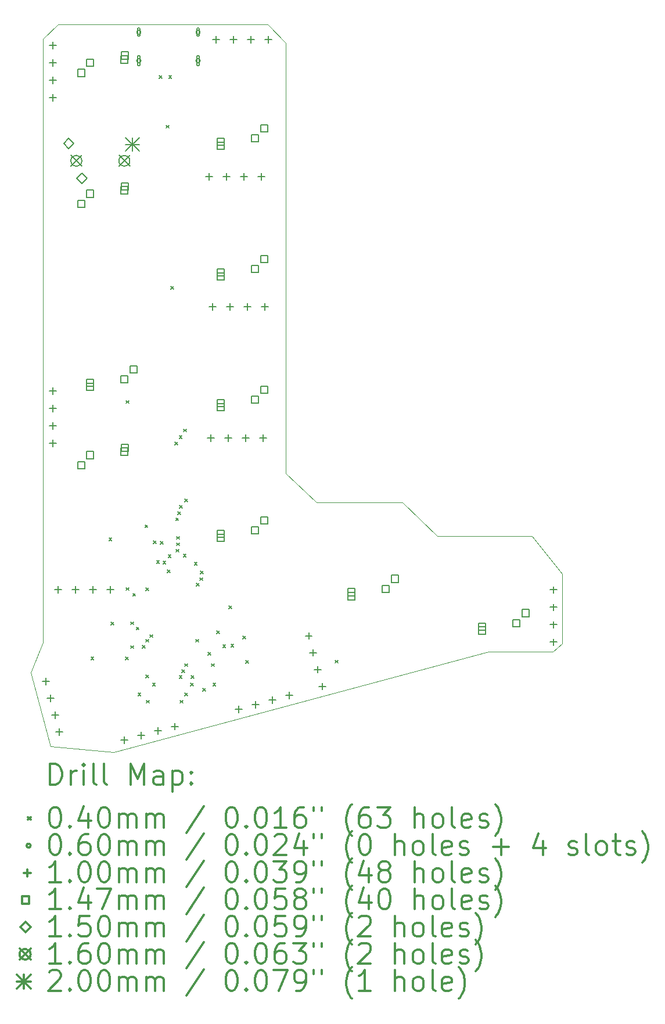
<source format=gbr>
%FSLAX45Y45*%
G04 Gerber Fmt 4.5, Leading zero omitted, Abs format (unit mm)*
G04 Created by KiCad (PCBNEW (5.1.4)-1) date 2023-02-10 21:18:45*
%MOMM*%
%LPD*%
G04 APERTURE LIST*
%ADD10C,0.050000*%
%ADD11C,0.200000*%
%ADD12C,0.300000*%
G04 APERTURE END LIST*
D10*
X19390000Y-43840000D02*
X19381203Y-43831032D01*
X20640000Y-43840000D02*
X19390000Y-43840000D01*
X20641203Y-43841032D02*
X20640000Y-43840000D01*
X21891203Y-46011032D02*
X16430391Y-47480918D01*
X22971202Y-44881032D02*
X22971202Y-45891032D01*
X21151203Y-44331032D02*
X22531202Y-44331032D01*
X20641203Y-43841032D02*
X21151203Y-44331032D01*
X18671203Y-36866032D02*
X15621203Y-36866032D01*
X22971202Y-44881032D02*
X22531202Y-44331032D01*
X18941203Y-39261032D02*
X18941203Y-43411032D01*
X21911203Y-46011032D02*
X22831202Y-46011032D01*
X19381203Y-43831032D02*
X18941203Y-43411032D01*
X21911203Y-46011032D02*
X21891203Y-46011032D01*
X22971202Y-45891032D02*
X22831202Y-46011032D01*
X15402190Y-37080639D02*
X15621203Y-36866032D01*
X15402324Y-39381494D02*
X15399750Y-43338677D01*
X15508251Y-47394663D02*
X16430391Y-47480918D01*
X15400249Y-45873435D02*
X15220438Y-46318483D01*
X15401485Y-45141609D02*
X15400903Y-45039647D01*
X15399750Y-43338677D02*
X15400903Y-45039647D01*
X15400249Y-45873435D02*
X15401485Y-45141609D01*
X18671203Y-36866032D02*
X18941203Y-37136032D01*
X15402324Y-37476494D02*
X15402324Y-37256494D01*
X18941203Y-39261032D02*
X18941203Y-37356032D01*
X15402324Y-37476494D02*
X15402324Y-39381494D01*
X18941203Y-37356032D02*
X18941203Y-37136032D01*
X15402324Y-37256494D02*
X15402190Y-37080639D01*
X15508251Y-47394663D02*
X15220438Y-46318483D01*
D11*
X16097500Y-46090000D02*
X16137500Y-46130000D01*
X16137500Y-46090000D02*
X16097500Y-46130000D01*
X16360000Y-44352500D02*
X16400000Y-44392500D01*
X16400000Y-44352500D02*
X16360000Y-44392500D01*
X16390000Y-45580000D02*
X16430000Y-45620000D01*
X16430000Y-45580000D02*
X16390000Y-45620000D01*
X16602300Y-46092699D02*
X16642300Y-46132699D01*
X16642300Y-46092699D02*
X16602300Y-46132699D01*
X16610000Y-42352500D02*
X16650000Y-42392500D01*
X16650000Y-42352500D02*
X16610000Y-42392500D01*
X16612500Y-45077500D02*
X16652500Y-45117500D01*
X16652500Y-45077500D02*
X16612500Y-45117500D01*
X16680000Y-45577599D02*
X16720000Y-45617599D01*
X16720000Y-45577599D02*
X16680000Y-45617599D01*
X16680001Y-45925000D02*
X16720001Y-45965000D01*
X16720001Y-45925000D02*
X16680001Y-45965000D01*
X16708235Y-45163234D02*
X16748235Y-45203234D01*
X16748235Y-45163234D02*
X16708235Y-45203234D01*
X16759299Y-45655299D02*
X16799299Y-45695299D01*
X16799299Y-45655299D02*
X16759299Y-45695299D01*
X16785000Y-46615000D02*
X16825000Y-46655000D01*
X16825000Y-46615000D02*
X16785000Y-46655000D01*
X16847498Y-45922502D02*
X16887498Y-45962502D01*
X16887498Y-45922502D02*
X16847498Y-45962502D01*
X16885000Y-44165000D02*
X16925000Y-44205000D01*
X16925000Y-44165000D02*
X16885000Y-44205000D01*
X16898247Y-45833005D02*
X16938247Y-45873005D01*
X16938247Y-45833005D02*
X16898247Y-45873005D01*
X16900000Y-45080000D02*
X16940000Y-45120000D01*
X16940000Y-45080000D02*
X16900000Y-45120000D01*
X16900000Y-46355000D02*
X16940000Y-46395000D01*
X16940000Y-46355000D02*
X16900000Y-46395000D01*
X16905000Y-46720000D02*
X16945000Y-46760000D01*
X16945000Y-46720000D02*
X16905000Y-46760000D01*
X16960021Y-45763886D02*
X17000021Y-45803886D01*
X17000021Y-45763886D02*
X16960021Y-45803886D01*
X16995000Y-46470000D02*
X17035000Y-46510000D01*
X17035000Y-46470000D02*
X16995000Y-46510000D01*
X17007500Y-44395000D02*
X17047500Y-44435000D01*
X17047500Y-44395000D02*
X17007500Y-44435000D01*
X17055000Y-44685000D02*
X17095000Y-44725000D01*
X17095000Y-44685000D02*
X17055000Y-44725000D01*
X17092500Y-37612500D02*
X17132500Y-37652500D01*
X17132500Y-37612500D02*
X17092500Y-37652500D01*
X17112500Y-44405000D02*
X17152500Y-44445000D01*
X17152500Y-44405000D02*
X17112500Y-44445000D01*
X17147182Y-44694793D02*
X17187182Y-44734793D01*
X17187182Y-44694793D02*
X17147182Y-44734793D01*
X17197500Y-38340000D02*
X17237500Y-38380000D01*
X17237500Y-38340000D02*
X17197500Y-38380000D01*
X17209882Y-44822500D02*
X17249882Y-44862500D01*
X17249882Y-44822500D02*
X17209882Y-44862500D01*
X17224358Y-44600642D02*
X17264358Y-44640642D01*
X17264358Y-44600642D02*
X17224358Y-44640642D01*
X17232500Y-37615000D02*
X17272500Y-37655000D01*
X17272500Y-37615000D02*
X17232500Y-37655000D01*
X17262299Y-40690000D02*
X17302299Y-40730000D01*
X17302299Y-40690000D02*
X17262299Y-40730000D01*
X17322098Y-42955000D02*
X17362098Y-42995000D01*
X17362098Y-42955000D02*
X17322098Y-42995000D01*
X17334397Y-44063634D02*
X17374397Y-44103634D01*
X17374397Y-44063634D02*
X17334397Y-44103634D01*
X17337188Y-44518552D02*
X17377188Y-44558552D01*
X17377188Y-44518552D02*
X17337188Y-44558552D01*
X17346234Y-44426293D02*
X17386234Y-44466293D01*
X17386234Y-44426293D02*
X17346234Y-44466293D01*
X17349677Y-44333656D02*
X17389677Y-44373656D01*
X17389677Y-44333656D02*
X17349677Y-44373656D01*
X17365411Y-43970583D02*
X17405411Y-44010583D01*
X17405411Y-43970583D02*
X17365411Y-44010583D01*
X17384714Y-46358490D02*
X17424714Y-46398490D01*
X17424714Y-46358490D02*
X17384714Y-46398490D01*
X17384799Y-42862727D02*
X17424799Y-42902727D01*
X17424799Y-42862727D02*
X17384799Y-42902727D01*
X17392299Y-43877674D02*
X17432299Y-43917674D01*
X17432299Y-43877674D02*
X17392299Y-43917674D01*
X17400000Y-46720000D02*
X17440000Y-46760000D01*
X17440000Y-46720000D02*
X17400000Y-46760000D01*
X17425000Y-46275000D02*
X17465000Y-46315000D01*
X17465000Y-46275000D02*
X17425000Y-46315000D01*
X17445000Y-44590000D02*
X17485000Y-44630000D01*
X17485000Y-44590000D02*
X17445000Y-44630000D01*
X17447500Y-42767500D02*
X17487500Y-42807500D01*
X17487500Y-42767500D02*
X17447500Y-42807500D01*
X17462700Y-46187500D02*
X17502700Y-46227500D01*
X17502700Y-46187500D02*
X17462700Y-46227500D01*
X17462901Y-46615000D02*
X17502901Y-46655000D01*
X17502901Y-46615000D02*
X17462901Y-46655000D01*
X17462902Y-43788543D02*
X17502902Y-43828543D01*
X17502902Y-43788543D02*
X17462902Y-43828543D01*
X17553000Y-46469999D02*
X17593000Y-46509999D01*
X17593000Y-46469999D02*
X17553000Y-46509999D01*
X17560587Y-46361890D02*
X17600587Y-46401890D01*
X17600587Y-46361890D02*
X17560587Y-46401890D01*
X17605586Y-44709414D02*
X17645586Y-44749414D01*
X17645586Y-44709414D02*
X17605586Y-44749414D01*
X17627700Y-45832300D02*
X17667700Y-45872300D01*
X17667700Y-45832300D02*
X17627700Y-45872300D01*
X17636146Y-45012431D02*
X17676146Y-45052431D01*
X17676146Y-45012431D02*
X17636146Y-45052431D01*
X17687238Y-44935080D02*
X17727238Y-44975080D01*
X17727238Y-44935080D02*
X17687238Y-44975080D01*
X17692499Y-44835000D02*
X17732499Y-44875000D01*
X17732499Y-44835000D02*
X17692499Y-44875000D01*
X17730400Y-46550000D02*
X17770400Y-46590000D01*
X17770400Y-46550000D02*
X17730400Y-46590000D01*
X17802500Y-46025000D02*
X17842500Y-46065000D01*
X17842500Y-46025000D02*
X17802500Y-46065000D01*
X17852500Y-46187500D02*
X17892500Y-46227500D01*
X17892500Y-46187500D02*
X17852500Y-46227500D01*
X17876915Y-46470000D02*
X17916915Y-46510000D01*
X17916915Y-46470000D02*
X17876915Y-46510000D01*
X17931836Y-45711836D02*
X17971836Y-45751836D01*
X17971836Y-45711836D02*
X17931836Y-45751836D01*
X18021115Y-45911726D02*
X18061115Y-45951726D01*
X18061115Y-45911726D02*
X18021115Y-45951726D01*
X18108382Y-45347895D02*
X18148382Y-45387895D01*
X18148382Y-45347895D02*
X18108382Y-45387895D01*
X18138420Y-45906164D02*
X18178420Y-45946164D01*
X18178420Y-45906164D02*
X18138420Y-45946164D01*
X18312500Y-45785000D02*
X18352500Y-45825000D01*
X18352500Y-45785000D02*
X18312500Y-45825000D01*
X18352500Y-46140000D02*
X18392500Y-46180000D01*
X18392500Y-46140000D02*
X18352500Y-46180000D01*
X19657500Y-46137500D02*
X19697500Y-46177500D01*
X19697500Y-46137500D02*
X19657500Y-46177500D01*
X16825500Y-36981000D02*
G75*
G03X16825500Y-36981000I-30000J0D01*
G01*
X16775500Y-36941000D02*
X16775500Y-37021000D01*
X16815500Y-36941000D02*
X16815500Y-37021000D01*
X16775500Y-37021000D02*
G75*
G03X16815500Y-37021000I20000J0D01*
G01*
X16815500Y-36941000D02*
G75*
G03X16775500Y-36941000I-20000J0D01*
G01*
X16825500Y-37398000D02*
G75*
G03X16825500Y-37398000I-30000J0D01*
G01*
X16775500Y-37343000D02*
X16775500Y-37453000D01*
X16815500Y-37343000D02*
X16815500Y-37453000D01*
X16775500Y-37453000D02*
G75*
G03X16815500Y-37453000I20000J0D01*
G01*
X16815500Y-37343000D02*
G75*
G03X16775500Y-37343000I-20000J0D01*
G01*
X17689500Y-36981000D02*
G75*
G03X17689500Y-36981000I-30000J0D01*
G01*
X17639500Y-36941000D02*
X17639500Y-37021000D01*
X17679500Y-36941000D02*
X17679500Y-37021000D01*
X17639500Y-37021000D02*
G75*
G03X17679500Y-37021000I20000J0D01*
G01*
X17679500Y-36941000D02*
G75*
G03X17639500Y-36941000I-20000J0D01*
G01*
X17689500Y-37398000D02*
G75*
G03X17689500Y-37398000I-30000J0D01*
G01*
X17639500Y-37343000D02*
X17639500Y-37453000D01*
X17679500Y-37343000D02*
X17679500Y-37453000D01*
X17639500Y-37453000D02*
G75*
G03X17679500Y-37453000I20000J0D01*
G01*
X17679500Y-37343000D02*
G75*
G03X17639500Y-37343000I-20000J0D01*
G01*
X19272643Y-45730790D02*
X19272643Y-45830790D01*
X19222643Y-45780790D02*
X19322643Y-45780790D01*
X19338383Y-45976135D02*
X19338383Y-46076135D01*
X19288383Y-46026135D02*
X19388383Y-46026135D01*
X19404123Y-46221481D02*
X19404123Y-46321481D01*
X19354123Y-46271481D02*
X19454123Y-46271481D01*
X19469863Y-46466826D02*
X19469863Y-46566826D01*
X19419863Y-46516826D02*
X19519863Y-46516826D01*
X17921000Y-37036000D02*
X17921000Y-37136000D01*
X17871000Y-37086000D02*
X17971000Y-37086000D01*
X18175000Y-37036000D02*
X18175000Y-37136000D01*
X18125000Y-37086000D02*
X18225000Y-37086000D01*
X18429000Y-37036000D02*
X18429000Y-37136000D01*
X18379000Y-37086000D02*
X18479000Y-37086000D01*
X18683000Y-37036000D02*
X18683000Y-37136000D01*
X18633000Y-37086000D02*
X18733000Y-37086000D01*
X15545873Y-37126079D02*
X15545873Y-37226079D01*
X15495873Y-37176079D02*
X15595873Y-37176079D01*
X15545873Y-37380079D02*
X15545873Y-37480079D01*
X15495873Y-37430079D02*
X15595873Y-37430079D01*
X15545873Y-37634079D02*
X15545873Y-37734079D01*
X15495873Y-37684079D02*
X15595873Y-37684079D01*
X15545873Y-37888079D02*
X15545873Y-37988079D01*
X15495873Y-37938079D02*
X15595873Y-37938079D01*
X17821203Y-39036032D02*
X17821203Y-39136032D01*
X17771203Y-39086032D02*
X17871203Y-39086032D01*
X18075203Y-39036032D02*
X18075203Y-39136032D01*
X18025203Y-39086032D02*
X18125203Y-39086032D01*
X18329203Y-39036032D02*
X18329203Y-39136032D01*
X18279203Y-39086032D02*
X18379203Y-39086032D01*
X18583203Y-39036032D02*
X18583203Y-39136032D01*
X18533203Y-39086032D02*
X18633203Y-39086032D01*
X22841202Y-45061032D02*
X22841202Y-45161032D01*
X22791202Y-45111032D02*
X22891202Y-45111032D01*
X22841202Y-45315032D02*
X22841202Y-45415032D01*
X22791202Y-45365032D02*
X22891202Y-45365032D01*
X22841202Y-45569032D02*
X22841202Y-45669032D01*
X22791202Y-45619032D02*
X22891202Y-45619032D01*
X22841202Y-45823032D02*
X22841202Y-45923032D01*
X22791202Y-45873032D02*
X22891202Y-45873032D01*
X17843672Y-42845785D02*
X17843672Y-42945785D01*
X17793672Y-42895785D02*
X17893672Y-42895785D01*
X18097672Y-42845785D02*
X18097672Y-42945785D01*
X18047672Y-42895785D02*
X18147672Y-42895785D01*
X18351672Y-42845785D02*
X18351672Y-42945785D01*
X18301672Y-42895785D02*
X18401672Y-42895785D01*
X18605672Y-42845785D02*
X18605672Y-42945785D01*
X18555672Y-42895785D02*
X18655672Y-42895785D01*
X18255167Y-46798252D02*
X18255167Y-46898252D01*
X18205167Y-46848252D02*
X18305167Y-46848252D01*
X18500512Y-46732512D02*
X18500512Y-46832512D01*
X18450512Y-46782512D02*
X18550512Y-46782512D01*
X18745857Y-46666772D02*
X18745857Y-46766772D01*
X18695857Y-46716772D02*
X18795857Y-46716772D01*
X18991202Y-46601032D02*
X18991202Y-46701032D01*
X18941202Y-46651032D02*
X19041202Y-46651032D01*
X15619592Y-45058497D02*
X15619592Y-45158497D01*
X15569592Y-45108497D02*
X15669592Y-45108497D01*
X15873592Y-45058497D02*
X15873592Y-45158497D01*
X15823592Y-45108497D02*
X15923592Y-45108497D01*
X16127592Y-45058497D02*
X16127592Y-45158497D01*
X16077592Y-45108497D02*
X16177592Y-45108497D01*
X16381592Y-45058497D02*
X16381592Y-45158497D01*
X16331592Y-45108497D02*
X16431592Y-45108497D01*
X15441893Y-46395462D02*
X15441893Y-46495462D01*
X15391893Y-46445462D02*
X15491893Y-46445462D01*
X15507633Y-46640807D02*
X15507633Y-46740807D01*
X15457633Y-46690807D02*
X15557633Y-46690807D01*
X15573373Y-46886153D02*
X15573373Y-46986153D01*
X15523373Y-46936153D02*
X15623373Y-46936153D01*
X15639113Y-47131498D02*
X15639113Y-47231498D01*
X15589113Y-47181498D02*
X15689113Y-47181498D01*
X16585167Y-47248252D02*
X16585167Y-47348252D01*
X16535167Y-47298252D02*
X16635167Y-47298252D01*
X16830512Y-47182512D02*
X16830512Y-47282512D01*
X16780512Y-47232512D02*
X16880512Y-47232512D01*
X17075857Y-47116772D02*
X17075857Y-47216772D01*
X17025857Y-47166772D02*
X17125857Y-47166772D01*
X17321203Y-47051032D02*
X17321203Y-47151032D01*
X17271203Y-47101032D02*
X17371203Y-47101032D01*
X15541202Y-42161028D02*
X15541202Y-42261028D01*
X15491202Y-42211028D02*
X15591202Y-42211028D01*
X15541202Y-42415028D02*
X15541202Y-42515028D01*
X15491202Y-42465028D02*
X15591202Y-42465028D01*
X15541202Y-42669028D02*
X15541202Y-42769028D01*
X15491202Y-42719028D02*
X15591202Y-42719028D01*
X15541202Y-42923028D02*
X15541202Y-43023028D01*
X15491202Y-42973028D02*
X15591202Y-42973028D01*
X17873901Y-40934201D02*
X17873901Y-41034201D01*
X17823901Y-40984201D02*
X17923901Y-40984201D01*
X18127901Y-40934201D02*
X18127901Y-41034201D01*
X18077901Y-40984201D02*
X18177901Y-40984201D01*
X18381901Y-40934201D02*
X18381901Y-41034201D01*
X18331901Y-40984201D02*
X18431901Y-40984201D01*
X18635901Y-40934201D02*
X18635901Y-41034201D01*
X18585901Y-40984201D02*
X18685901Y-40984201D01*
X18039175Y-38689973D02*
X18039175Y-38586027D01*
X17935230Y-38586027D01*
X17935230Y-38689973D01*
X18039175Y-38689973D01*
X18043175Y-38631973D02*
X18043175Y-38528027D01*
X17939230Y-38528027D01*
X17939230Y-38631973D01*
X18043175Y-38631973D01*
X18543175Y-38581973D02*
X18543175Y-38478027D01*
X18439230Y-38478027D01*
X18439230Y-38581973D01*
X18543175Y-38581973D01*
X18674175Y-38435973D02*
X18674175Y-38332027D01*
X18570230Y-38332027D01*
X18570230Y-38435973D01*
X18674175Y-38435973D01*
X21849175Y-45756005D02*
X21849175Y-45652059D01*
X21745230Y-45652059D01*
X21745230Y-45756005D01*
X21849175Y-45756005D01*
X21853175Y-45698005D02*
X21853175Y-45594059D01*
X21749230Y-45594059D01*
X21749230Y-45698005D01*
X21853175Y-45698005D01*
X22353175Y-45648005D02*
X22353175Y-45544059D01*
X22249230Y-45544059D01*
X22249230Y-45648005D01*
X22353175Y-45648005D01*
X22484175Y-45502005D02*
X22484175Y-45398059D01*
X22380230Y-45398059D01*
X22380230Y-45502005D01*
X22484175Y-45502005D01*
X19944175Y-45256005D02*
X19944175Y-45152059D01*
X19840230Y-45152059D01*
X19840230Y-45256005D01*
X19944175Y-45256005D01*
X19948175Y-45198005D02*
X19948175Y-45094059D01*
X19844230Y-45094059D01*
X19844230Y-45198005D01*
X19948175Y-45198005D01*
X20448175Y-45148005D02*
X20448175Y-45044059D01*
X20344230Y-45044059D01*
X20344230Y-45148005D01*
X20448175Y-45148005D01*
X20579175Y-45002005D02*
X20579175Y-44898059D01*
X20475230Y-44898059D01*
X20475230Y-45002005D01*
X20579175Y-45002005D01*
X18039175Y-44406005D02*
X18039175Y-44302059D01*
X17935230Y-44302059D01*
X17935230Y-44406005D01*
X18039175Y-44406005D01*
X18043175Y-44348005D02*
X18043175Y-44244059D01*
X17939230Y-44244059D01*
X17939230Y-44348005D01*
X18043175Y-44348005D01*
X18543175Y-44298005D02*
X18543175Y-44194059D01*
X18439230Y-44194059D01*
X18439230Y-44298005D01*
X18543175Y-44298005D01*
X18674175Y-44152005D02*
X18674175Y-44048059D01*
X18570230Y-44048059D01*
X18570230Y-44152005D01*
X18674175Y-44152005D01*
X18039175Y-42501005D02*
X18039175Y-42397059D01*
X17935230Y-42397059D01*
X17935230Y-42501005D01*
X18039175Y-42501005D01*
X18043175Y-42443005D02*
X18043175Y-42339059D01*
X17939230Y-42339059D01*
X17939230Y-42443005D01*
X18043175Y-42443005D01*
X18543175Y-42393005D02*
X18543175Y-42289059D01*
X18439230Y-42289059D01*
X18439230Y-42393005D01*
X18543175Y-42393005D01*
X18674175Y-42247005D02*
X18674175Y-42143059D01*
X18570230Y-42143059D01*
X18570230Y-42247005D01*
X18674175Y-42247005D01*
X16007175Y-37627973D02*
X16007175Y-37524027D01*
X15903230Y-37524027D01*
X15903230Y-37627973D01*
X16007175Y-37627973D01*
X16138175Y-37481973D02*
X16138175Y-37378027D01*
X16034230Y-37378027D01*
X16034230Y-37481973D01*
X16138175Y-37481973D01*
X16638175Y-37431973D02*
X16638175Y-37328027D01*
X16534230Y-37328027D01*
X16534230Y-37431973D01*
X16638175Y-37431973D01*
X16642175Y-37373973D02*
X16642175Y-37270027D01*
X16538230Y-37270027D01*
X16538230Y-37373973D01*
X16642175Y-37373973D01*
X16007175Y-39534005D02*
X16007175Y-39430059D01*
X15903230Y-39430059D01*
X15903230Y-39534005D01*
X16007175Y-39534005D01*
X16138175Y-39388005D02*
X16138175Y-39284059D01*
X16034230Y-39284059D01*
X16034230Y-39388005D01*
X16138175Y-39388005D01*
X16638175Y-39338005D02*
X16638175Y-39234059D01*
X16534230Y-39234059D01*
X16534230Y-39338005D01*
X16638175Y-39338005D01*
X16642175Y-39280005D02*
X16642175Y-39176059D01*
X16538230Y-39176059D01*
X16538230Y-39280005D01*
X16642175Y-39280005D01*
X16134175Y-42201005D02*
X16134175Y-42097060D01*
X16030230Y-42097060D01*
X16030230Y-42201005D01*
X16134175Y-42201005D01*
X16138175Y-42143005D02*
X16138175Y-42039060D01*
X16034230Y-42039060D01*
X16034230Y-42143005D01*
X16138175Y-42143005D01*
X16638175Y-42093005D02*
X16638175Y-41989060D01*
X16534230Y-41989060D01*
X16534230Y-42093005D01*
X16638175Y-42093005D01*
X16769175Y-41947005D02*
X16769175Y-41843060D01*
X16665230Y-41843060D01*
X16665230Y-41947005D01*
X16769175Y-41947005D01*
X18039175Y-40596005D02*
X18039175Y-40492060D01*
X17935230Y-40492060D01*
X17935230Y-40596005D01*
X18039175Y-40596005D01*
X18043175Y-40538005D02*
X18043175Y-40434060D01*
X17939230Y-40434060D01*
X17939230Y-40538005D01*
X18043175Y-40538005D01*
X18543175Y-40488005D02*
X18543175Y-40384060D01*
X18439230Y-40384060D01*
X18439230Y-40488005D01*
X18543175Y-40488005D01*
X18674175Y-40342005D02*
X18674175Y-40238060D01*
X18570230Y-40238060D01*
X18570230Y-40342005D01*
X18674175Y-40342005D01*
X16007175Y-43344005D02*
X16007175Y-43240059D01*
X15903230Y-43240059D01*
X15903230Y-43344005D01*
X16007175Y-43344005D01*
X16138175Y-43198005D02*
X16138175Y-43094059D01*
X16034230Y-43094059D01*
X16034230Y-43198005D01*
X16138175Y-43198005D01*
X16638175Y-43148005D02*
X16638175Y-43044059D01*
X16534230Y-43044059D01*
X16534230Y-43148005D01*
X16638175Y-43148005D01*
X16642175Y-43090005D02*
X16642175Y-42986059D01*
X16538230Y-42986059D01*
X16538230Y-43090005D01*
X16642175Y-43090005D01*
X15775000Y-38680000D02*
X15850000Y-38605000D01*
X15775000Y-38530000D01*
X15700000Y-38605000D01*
X15775000Y-38680000D01*
X15965000Y-39185000D02*
X16040000Y-39110000D01*
X15965000Y-39035000D01*
X15890000Y-39110000D01*
X15965000Y-39185000D01*
X15805000Y-38777500D02*
X15965000Y-38937500D01*
X15965000Y-38777500D02*
X15805000Y-38937500D01*
X15965000Y-38857500D02*
G75*
G03X15965000Y-38857500I-80000J0D01*
G01*
X16505000Y-38777500D02*
X16665000Y-38937500D01*
X16665000Y-38777500D02*
X16505000Y-38937500D01*
X16665000Y-38857500D02*
G75*
G03X16665000Y-38857500I-80000J0D01*
G01*
X16605000Y-38517500D02*
X16805000Y-38717500D01*
X16805000Y-38517500D02*
X16605000Y-38717500D01*
X16705000Y-38517500D02*
X16705000Y-38717500D01*
X16605000Y-38617500D02*
X16805000Y-38617500D01*
D12*
X15504366Y-47949133D02*
X15504366Y-47649133D01*
X15575795Y-47649133D01*
X15618652Y-47663419D01*
X15647223Y-47691990D01*
X15661509Y-47720561D01*
X15675795Y-47777704D01*
X15675795Y-47820561D01*
X15661509Y-47877704D01*
X15647223Y-47906276D01*
X15618652Y-47934847D01*
X15575795Y-47949133D01*
X15504366Y-47949133D01*
X15804366Y-47949133D02*
X15804366Y-47749133D01*
X15804366Y-47806276D02*
X15818652Y-47777704D01*
X15832938Y-47763419D01*
X15861509Y-47749133D01*
X15890080Y-47749133D01*
X15990080Y-47949133D02*
X15990080Y-47749133D01*
X15990080Y-47649133D02*
X15975795Y-47663419D01*
X15990080Y-47677704D01*
X16004366Y-47663419D01*
X15990080Y-47649133D01*
X15990080Y-47677704D01*
X16175795Y-47949133D02*
X16147223Y-47934847D01*
X16132938Y-47906276D01*
X16132938Y-47649133D01*
X16332938Y-47949133D02*
X16304366Y-47934847D01*
X16290080Y-47906276D01*
X16290080Y-47649133D01*
X16675795Y-47949133D02*
X16675795Y-47649133D01*
X16775795Y-47863419D01*
X16875795Y-47649133D01*
X16875795Y-47949133D01*
X17147223Y-47949133D02*
X17147223Y-47791990D01*
X17132938Y-47763419D01*
X17104366Y-47749133D01*
X17047223Y-47749133D01*
X17018652Y-47763419D01*
X17147223Y-47934847D02*
X17118652Y-47949133D01*
X17047223Y-47949133D01*
X17018652Y-47934847D01*
X17004366Y-47906276D01*
X17004366Y-47877704D01*
X17018652Y-47849133D01*
X17047223Y-47834847D01*
X17118652Y-47834847D01*
X17147223Y-47820561D01*
X17290081Y-47749133D02*
X17290081Y-48049133D01*
X17290081Y-47763419D02*
X17318652Y-47749133D01*
X17375795Y-47749133D01*
X17404366Y-47763419D01*
X17418652Y-47777704D01*
X17432938Y-47806276D01*
X17432938Y-47891990D01*
X17418652Y-47920561D01*
X17404366Y-47934847D01*
X17375795Y-47949133D01*
X17318652Y-47949133D01*
X17290081Y-47934847D01*
X17561509Y-47920561D02*
X17575795Y-47934847D01*
X17561509Y-47949133D01*
X17547223Y-47934847D01*
X17561509Y-47920561D01*
X17561509Y-47949133D01*
X17561509Y-47763419D02*
X17575795Y-47777704D01*
X17561509Y-47791990D01*
X17547223Y-47777704D01*
X17561509Y-47763419D01*
X17561509Y-47791990D01*
X15177938Y-48423419D02*
X15217938Y-48463419D01*
X15217938Y-48423419D02*
X15177938Y-48463419D01*
X15561509Y-48279133D02*
X15590080Y-48279133D01*
X15618652Y-48293419D01*
X15632938Y-48307704D01*
X15647223Y-48336276D01*
X15661509Y-48393419D01*
X15661509Y-48464847D01*
X15647223Y-48521990D01*
X15632938Y-48550561D01*
X15618652Y-48564847D01*
X15590080Y-48579133D01*
X15561509Y-48579133D01*
X15532938Y-48564847D01*
X15518652Y-48550561D01*
X15504366Y-48521990D01*
X15490080Y-48464847D01*
X15490080Y-48393419D01*
X15504366Y-48336276D01*
X15518652Y-48307704D01*
X15532938Y-48293419D01*
X15561509Y-48279133D01*
X15790080Y-48550561D02*
X15804366Y-48564847D01*
X15790080Y-48579133D01*
X15775795Y-48564847D01*
X15790080Y-48550561D01*
X15790080Y-48579133D01*
X16061509Y-48379133D02*
X16061509Y-48579133D01*
X15990080Y-48264847D02*
X15918652Y-48479133D01*
X16104366Y-48479133D01*
X16275795Y-48279133D02*
X16304366Y-48279133D01*
X16332938Y-48293419D01*
X16347223Y-48307704D01*
X16361509Y-48336276D01*
X16375795Y-48393419D01*
X16375795Y-48464847D01*
X16361509Y-48521990D01*
X16347223Y-48550561D01*
X16332938Y-48564847D01*
X16304366Y-48579133D01*
X16275795Y-48579133D01*
X16247223Y-48564847D01*
X16232938Y-48550561D01*
X16218652Y-48521990D01*
X16204366Y-48464847D01*
X16204366Y-48393419D01*
X16218652Y-48336276D01*
X16232938Y-48307704D01*
X16247223Y-48293419D01*
X16275795Y-48279133D01*
X16504366Y-48579133D02*
X16504366Y-48379133D01*
X16504366Y-48407704D02*
X16518652Y-48393419D01*
X16547223Y-48379133D01*
X16590080Y-48379133D01*
X16618652Y-48393419D01*
X16632938Y-48421990D01*
X16632938Y-48579133D01*
X16632938Y-48421990D02*
X16647223Y-48393419D01*
X16675795Y-48379133D01*
X16718652Y-48379133D01*
X16747223Y-48393419D01*
X16761509Y-48421990D01*
X16761509Y-48579133D01*
X16904366Y-48579133D02*
X16904366Y-48379133D01*
X16904366Y-48407704D02*
X16918652Y-48393419D01*
X16947223Y-48379133D01*
X16990081Y-48379133D01*
X17018652Y-48393419D01*
X17032938Y-48421990D01*
X17032938Y-48579133D01*
X17032938Y-48421990D02*
X17047223Y-48393419D01*
X17075795Y-48379133D01*
X17118652Y-48379133D01*
X17147223Y-48393419D01*
X17161509Y-48421990D01*
X17161509Y-48579133D01*
X17747223Y-48264847D02*
X17490081Y-48650561D01*
X18132938Y-48279133D02*
X18161509Y-48279133D01*
X18190081Y-48293419D01*
X18204366Y-48307704D01*
X18218652Y-48336276D01*
X18232938Y-48393419D01*
X18232938Y-48464847D01*
X18218652Y-48521990D01*
X18204366Y-48550561D01*
X18190081Y-48564847D01*
X18161509Y-48579133D01*
X18132938Y-48579133D01*
X18104366Y-48564847D01*
X18090081Y-48550561D01*
X18075795Y-48521990D01*
X18061509Y-48464847D01*
X18061509Y-48393419D01*
X18075795Y-48336276D01*
X18090081Y-48307704D01*
X18104366Y-48293419D01*
X18132938Y-48279133D01*
X18361509Y-48550561D02*
X18375795Y-48564847D01*
X18361509Y-48579133D01*
X18347223Y-48564847D01*
X18361509Y-48550561D01*
X18361509Y-48579133D01*
X18561509Y-48279133D02*
X18590081Y-48279133D01*
X18618652Y-48293419D01*
X18632938Y-48307704D01*
X18647223Y-48336276D01*
X18661509Y-48393419D01*
X18661509Y-48464847D01*
X18647223Y-48521990D01*
X18632938Y-48550561D01*
X18618652Y-48564847D01*
X18590081Y-48579133D01*
X18561509Y-48579133D01*
X18532938Y-48564847D01*
X18518652Y-48550561D01*
X18504366Y-48521990D01*
X18490081Y-48464847D01*
X18490081Y-48393419D01*
X18504366Y-48336276D01*
X18518652Y-48307704D01*
X18532938Y-48293419D01*
X18561509Y-48279133D01*
X18947223Y-48579133D02*
X18775795Y-48579133D01*
X18861509Y-48579133D02*
X18861509Y-48279133D01*
X18832938Y-48321990D01*
X18804366Y-48350561D01*
X18775795Y-48364847D01*
X19204366Y-48279133D02*
X19147223Y-48279133D01*
X19118652Y-48293419D01*
X19104366Y-48307704D01*
X19075795Y-48350561D01*
X19061509Y-48407704D01*
X19061509Y-48521990D01*
X19075795Y-48550561D01*
X19090081Y-48564847D01*
X19118652Y-48579133D01*
X19175795Y-48579133D01*
X19204366Y-48564847D01*
X19218652Y-48550561D01*
X19232938Y-48521990D01*
X19232938Y-48450561D01*
X19218652Y-48421990D01*
X19204366Y-48407704D01*
X19175795Y-48393419D01*
X19118652Y-48393419D01*
X19090081Y-48407704D01*
X19075795Y-48421990D01*
X19061509Y-48450561D01*
X19347223Y-48279133D02*
X19347223Y-48336276D01*
X19461509Y-48279133D02*
X19461509Y-48336276D01*
X19904366Y-48693419D02*
X19890081Y-48679133D01*
X19861509Y-48636276D01*
X19847223Y-48607704D01*
X19832938Y-48564847D01*
X19818652Y-48493419D01*
X19818652Y-48436276D01*
X19832938Y-48364847D01*
X19847223Y-48321990D01*
X19861509Y-48293419D01*
X19890081Y-48250561D01*
X19904366Y-48236276D01*
X20147223Y-48279133D02*
X20090081Y-48279133D01*
X20061509Y-48293419D01*
X20047223Y-48307704D01*
X20018652Y-48350561D01*
X20004366Y-48407704D01*
X20004366Y-48521990D01*
X20018652Y-48550561D01*
X20032938Y-48564847D01*
X20061509Y-48579133D01*
X20118652Y-48579133D01*
X20147223Y-48564847D01*
X20161509Y-48550561D01*
X20175795Y-48521990D01*
X20175795Y-48450561D01*
X20161509Y-48421990D01*
X20147223Y-48407704D01*
X20118652Y-48393419D01*
X20061509Y-48393419D01*
X20032938Y-48407704D01*
X20018652Y-48421990D01*
X20004366Y-48450561D01*
X20275795Y-48279133D02*
X20461509Y-48279133D01*
X20361509Y-48393419D01*
X20404366Y-48393419D01*
X20432938Y-48407704D01*
X20447223Y-48421990D01*
X20461509Y-48450561D01*
X20461509Y-48521990D01*
X20447223Y-48550561D01*
X20432938Y-48564847D01*
X20404366Y-48579133D01*
X20318652Y-48579133D01*
X20290081Y-48564847D01*
X20275795Y-48550561D01*
X20818652Y-48579133D02*
X20818652Y-48279133D01*
X20947223Y-48579133D02*
X20947223Y-48421990D01*
X20932938Y-48393419D01*
X20904366Y-48379133D01*
X20861509Y-48379133D01*
X20832938Y-48393419D01*
X20818652Y-48407704D01*
X21132938Y-48579133D02*
X21104366Y-48564847D01*
X21090081Y-48550561D01*
X21075795Y-48521990D01*
X21075795Y-48436276D01*
X21090081Y-48407704D01*
X21104366Y-48393419D01*
X21132938Y-48379133D01*
X21175795Y-48379133D01*
X21204366Y-48393419D01*
X21218652Y-48407704D01*
X21232938Y-48436276D01*
X21232938Y-48521990D01*
X21218652Y-48550561D01*
X21204366Y-48564847D01*
X21175795Y-48579133D01*
X21132938Y-48579133D01*
X21404366Y-48579133D02*
X21375795Y-48564847D01*
X21361509Y-48536276D01*
X21361509Y-48279133D01*
X21632938Y-48564847D02*
X21604366Y-48579133D01*
X21547223Y-48579133D01*
X21518652Y-48564847D01*
X21504366Y-48536276D01*
X21504366Y-48421990D01*
X21518652Y-48393419D01*
X21547223Y-48379133D01*
X21604366Y-48379133D01*
X21632938Y-48393419D01*
X21647223Y-48421990D01*
X21647223Y-48450561D01*
X21504366Y-48479133D01*
X21761509Y-48564847D02*
X21790081Y-48579133D01*
X21847223Y-48579133D01*
X21875795Y-48564847D01*
X21890081Y-48536276D01*
X21890081Y-48521990D01*
X21875795Y-48493419D01*
X21847223Y-48479133D01*
X21804366Y-48479133D01*
X21775795Y-48464847D01*
X21761509Y-48436276D01*
X21761509Y-48421990D01*
X21775795Y-48393419D01*
X21804366Y-48379133D01*
X21847223Y-48379133D01*
X21875795Y-48393419D01*
X21990081Y-48693419D02*
X22004366Y-48679133D01*
X22032938Y-48636276D01*
X22047223Y-48607704D01*
X22061509Y-48564847D01*
X22075795Y-48493419D01*
X22075795Y-48436276D01*
X22061509Y-48364847D01*
X22047223Y-48321990D01*
X22032938Y-48293419D01*
X22004366Y-48250561D01*
X21990081Y-48236276D01*
X15217938Y-48839419D02*
G75*
G03X15217938Y-48839419I-30000J0D01*
G01*
X15561509Y-48675133D02*
X15590080Y-48675133D01*
X15618652Y-48689419D01*
X15632938Y-48703704D01*
X15647223Y-48732276D01*
X15661509Y-48789419D01*
X15661509Y-48860847D01*
X15647223Y-48917990D01*
X15632938Y-48946561D01*
X15618652Y-48960847D01*
X15590080Y-48975133D01*
X15561509Y-48975133D01*
X15532938Y-48960847D01*
X15518652Y-48946561D01*
X15504366Y-48917990D01*
X15490080Y-48860847D01*
X15490080Y-48789419D01*
X15504366Y-48732276D01*
X15518652Y-48703704D01*
X15532938Y-48689419D01*
X15561509Y-48675133D01*
X15790080Y-48946561D02*
X15804366Y-48960847D01*
X15790080Y-48975133D01*
X15775795Y-48960847D01*
X15790080Y-48946561D01*
X15790080Y-48975133D01*
X16061509Y-48675133D02*
X16004366Y-48675133D01*
X15975795Y-48689419D01*
X15961509Y-48703704D01*
X15932938Y-48746561D01*
X15918652Y-48803704D01*
X15918652Y-48917990D01*
X15932938Y-48946561D01*
X15947223Y-48960847D01*
X15975795Y-48975133D01*
X16032938Y-48975133D01*
X16061509Y-48960847D01*
X16075795Y-48946561D01*
X16090080Y-48917990D01*
X16090080Y-48846561D01*
X16075795Y-48817990D01*
X16061509Y-48803704D01*
X16032938Y-48789419D01*
X15975795Y-48789419D01*
X15947223Y-48803704D01*
X15932938Y-48817990D01*
X15918652Y-48846561D01*
X16275795Y-48675133D02*
X16304366Y-48675133D01*
X16332938Y-48689419D01*
X16347223Y-48703704D01*
X16361509Y-48732276D01*
X16375795Y-48789419D01*
X16375795Y-48860847D01*
X16361509Y-48917990D01*
X16347223Y-48946561D01*
X16332938Y-48960847D01*
X16304366Y-48975133D01*
X16275795Y-48975133D01*
X16247223Y-48960847D01*
X16232938Y-48946561D01*
X16218652Y-48917990D01*
X16204366Y-48860847D01*
X16204366Y-48789419D01*
X16218652Y-48732276D01*
X16232938Y-48703704D01*
X16247223Y-48689419D01*
X16275795Y-48675133D01*
X16504366Y-48975133D02*
X16504366Y-48775133D01*
X16504366Y-48803704D02*
X16518652Y-48789419D01*
X16547223Y-48775133D01*
X16590080Y-48775133D01*
X16618652Y-48789419D01*
X16632938Y-48817990D01*
X16632938Y-48975133D01*
X16632938Y-48817990D02*
X16647223Y-48789419D01*
X16675795Y-48775133D01*
X16718652Y-48775133D01*
X16747223Y-48789419D01*
X16761509Y-48817990D01*
X16761509Y-48975133D01*
X16904366Y-48975133D02*
X16904366Y-48775133D01*
X16904366Y-48803704D02*
X16918652Y-48789419D01*
X16947223Y-48775133D01*
X16990081Y-48775133D01*
X17018652Y-48789419D01*
X17032938Y-48817990D01*
X17032938Y-48975133D01*
X17032938Y-48817990D02*
X17047223Y-48789419D01*
X17075795Y-48775133D01*
X17118652Y-48775133D01*
X17147223Y-48789419D01*
X17161509Y-48817990D01*
X17161509Y-48975133D01*
X17747223Y-48660847D02*
X17490081Y-49046561D01*
X18132938Y-48675133D02*
X18161509Y-48675133D01*
X18190081Y-48689419D01*
X18204366Y-48703704D01*
X18218652Y-48732276D01*
X18232938Y-48789419D01*
X18232938Y-48860847D01*
X18218652Y-48917990D01*
X18204366Y-48946561D01*
X18190081Y-48960847D01*
X18161509Y-48975133D01*
X18132938Y-48975133D01*
X18104366Y-48960847D01*
X18090081Y-48946561D01*
X18075795Y-48917990D01*
X18061509Y-48860847D01*
X18061509Y-48789419D01*
X18075795Y-48732276D01*
X18090081Y-48703704D01*
X18104366Y-48689419D01*
X18132938Y-48675133D01*
X18361509Y-48946561D02*
X18375795Y-48960847D01*
X18361509Y-48975133D01*
X18347223Y-48960847D01*
X18361509Y-48946561D01*
X18361509Y-48975133D01*
X18561509Y-48675133D02*
X18590081Y-48675133D01*
X18618652Y-48689419D01*
X18632938Y-48703704D01*
X18647223Y-48732276D01*
X18661509Y-48789419D01*
X18661509Y-48860847D01*
X18647223Y-48917990D01*
X18632938Y-48946561D01*
X18618652Y-48960847D01*
X18590081Y-48975133D01*
X18561509Y-48975133D01*
X18532938Y-48960847D01*
X18518652Y-48946561D01*
X18504366Y-48917990D01*
X18490081Y-48860847D01*
X18490081Y-48789419D01*
X18504366Y-48732276D01*
X18518652Y-48703704D01*
X18532938Y-48689419D01*
X18561509Y-48675133D01*
X18775795Y-48703704D02*
X18790081Y-48689419D01*
X18818652Y-48675133D01*
X18890081Y-48675133D01*
X18918652Y-48689419D01*
X18932938Y-48703704D01*
X18947223Y-48732276D01*
X18947223Y-48760847D01*
X18932938Y-48803704D01*
X18761509Y-48975133D01*
X18947223Y-48975133D01*
X19204366Y-48775133D02*
X19204366Y-48975133D01*
X19132938Y-48660847D02*
X19061509Y-48875133D01*
X19247223Y-48875133D01*
X19347223Y-48675133D02*
X19347223Y-48732276D01*
X19461509Y-48675133D02*
X19461509Y-48732276D01*
X19904366Y-49089419D02*
X19890081Y-49075133D01*
X19861509Y-49032276D01*
X19847223Y-49003704D01*
X19832938Y-48960847D01*
X19818652Y-48889419D01*
X19818652Y-48832276D01*
X19832938Y-48760847D01*
X19847223Y-48717990D01*
X19861509Y-48689419D01*
X19890081Y-48646561D01*
X19904366Y-48632276D01*
X20075795Y-48675133D02*
X20104366Y-48675133D01*
X20132938Y-48689419D01*
X20147223Y-48703704D01*
X20161509Y-48732276D01*
X20175795Y-48789419D01*
X20175795Y-48860847D01*
X20161509Y-48917990D01*
X20147223Y-48946561D01*
X20132938Y-48960847D01*
X20104366Y-48975133D01*
X20075795Y-48975133D01*
X20047223Y-48960847D01*
X20032938Y-48946561D01*
X20018652Y-48917990D01*
X20004366Y-48860847D01*
X20004366Y-48789419D01*
X20018652Y-48732276D01*
X20032938Y-48703704D01*
X20047223Y-48689419D01*
X20075795Y-48675133D01*
X20532938Y-48975133D02*
X20532938Y-48675133D01*
X20661509Y-48975133D02*
X20661509Y-48817990D01*
X20647223Y-48789419D01*
X20618652Y-48775133D01*
X20575795Y-48775133D01*
X20547223Y-48789419D01*
X20532938Y-48803704D01*
X20847223Y-48975133D02*
X20818652Y-48960847D01*
X20804366Y-48946561D01*
X20790081Y-48917990D01*
X20790081Y-48832276D01*
X20804366Y-48803704D01*
X20818652Y-48789419D01*
X20847223Y-48775133D01*
X20890081Y-48775133D01*
X20918652Y-48789419D01*
X20932938Y-48803704D01*
X20947223Y-48832276D01*
X20947223Y-48917990D01*
X20932938Y-48946561D01*
X20918652Y-48960847D01*
X20890081Y-48975133D01*
X20847223Y-48975133D01*
X21118652Y-48975133D02*
X21090081Y-48960847D01*
X21075795Y-48932276D01*
X21075795Y-48675133D01*
X21347223Y-48960847D02*
X21318652Y-48975133D01*
X21261509Y-48975133D01*
X21232938Y-48960847D01*
X21218652Y-48932276D01*
X21218652Y-48817990D01*
X21232938Y-48789419D01*
X21261509Y-48775133D01*
X21318652Y-48775133D01*
X21347223Y-48789419D01*
X21361509Y-48817990D01*
X21361509Y-48846561D01*
X21218652Y-48875133D01*
X21475795Y-48960847D02*
X21504366Y-48975133D01*
X21561509Y-48975133D01*
X21590081Y-48960847D01*
X21604366Y-48932276D01*
X21604366Y-48917990D01*
X21590081Y-48889419D01*
X21561509Y-48875133D01*
X21518652Y-48875133D01*
X21490081Y-48860847D01*
X21475795Y-48832276D01*
X21475795Y-48817990D01*
X21490081Y-48789419D01*
X21518652Y-48775133D01*
X21561509Y-48775133D01*
X21590081Y-48789419D01*
X21961509Y-48860847D02*
X22190081Y-48860847D01*
X22075795Y-48975133D02*
X22075795Y-48746561D01*
X22690080Y-48775133D02*
X22690080Y-48975133D01*
X22618652Y-48660847D02*
X22547223Y-48875133D01*
X22732938Y-48875133D01*
X23061509Y-48960847D02*
X23090080Y-48975133D01*
X23147223Y-48975133D01*
X23175795Y-48960847D01*
X23190080Y-48932276D01*
X23190080Y-48917990D01*
X23175795Y-48889419D01*
X23147223Y-48875133D01*
X23104366Y-48875133D01*
X23075795Y-48860847D01*
X23061509Y-48832276D01*
X23061509Y-48817990D01*
X23075795Y-48789419D01*
X23104366Y-48775133D01*
X23147223Y-48775133D01*
X23175795Y-48789419D01*
X23361509Y-48975133D02*
X23332938Y-48960847D01*
X23318652Y-48932276D01*
X23318652Y-48675133D01*
X23518652Y-48975133D02*
X23490080Y-48960847D01*
X23475795Y-48946561D01*
X23461509Y-48917990D01*
X23461509Y-48832276D01*
X23475795Y-48803704D01*
X23490080Y-48789419D01*
X23518652Y-48775133D01*
X23561509Y-48775133D01*
X23590080Y-48789419D01*
X23604366Y-48803704D01*
X23618652Y-48832276D01*
X23618652Y-48917990D01*
X23604366Y-48946561D01*
X23590080Y-48960847D01*
X23561509Y-48975133D01*
X23518652Y-48975133D01*
X23704366Y-48775133D02*
X23818652Y-48775133D01*
X23747223Y-48675133D02*
X23747223Y-48932276D01*
X23761509Y-48960847D01*
X23790080Y-48975133D01*
X23818652Y-48975133D01*
X23904366Y-48960847D02*
X23932938Y-48975133D01*
X23990080Y-48975133D01*
X24018652Y-48960847D01*
X24032938Y-48932276D01*
X24032938Y-48917990D01*
X24018652Y-48889419D01*
X23990080Y-48875133D01*
X23947223Y-48875133D01*
X23918652Y-48860847D01*
X23904366Y-48832276D01*
X23904366Y-48817990D01*
X23918652Y-48789419D01*
X23947223Y-48775133D01*
X23990080Y-48775133D01*
X24018652Y-48789419D01*
X24132938Y-49089419D02*
X24147223Y-49075133D01*
X24175795Y-49032276D01*
X24190080Y-49003704D01*
X24204366Y-48960847D01*
X24218652Y-48889419D01*
X24218652Y-48832276D01*
X24204366Y-48760847D01*
X24190080Y-48717990D01*
X24175795Y-48689419D01*
X24147223Y-48646561D01*
X24132938Y-48632276D01*
X15167938Y-49185419D02*
X15167938Y-49285419D01*
X15117938Y-49235419D02*
X15217938Y-49235419D01*
X15661509Y-49371133D02*
X15490080Y-49371133D01*
X15575795Y-49371133D02*
X15575795Y-49071133D01*
X15547223Y-49113990D01*
X15518652Y-49142561D01*
X15490080Y-49156847D01*
X15790080Y-49342561D02*
X15804366Y-49356847D01*
X15790080Y-49371133D01*
X15775795Y-49356847D01*
X15790080Y-49342561D01*
X15790080Y-49371133D01*
X15990080Y-49071133D02*
X16018652Y-49071133D01*
X16047223Y-49085419D01*
X16061509Y-49099704D01*
X16075795Y-49128276D01*
X16090080Y-49185419D01*
X16090080Y-49256847D01*
X16075795Y-49313990D01*
X16061509Y-49342561D01*
X16047223Y-49356847D01*
X16018652Y-49371133D01*
X15990080Y-49371133D01*
X15961509Y-49356847D01*
X15947223Y-49342561D01*
X15932938Y-49313990D01*
X15918652Y-49256847D01*
X15918652Y-49185419D01*
X15932938Y-49128276D01*
X15947223Y-49099704D01*
X15961509Y-49085419D01*
X15990080Y-49071133D01*
X16275795Y-49071133D02*
X16304366Y-49071133D01*
X16332938Y-49085419D01*
X16347223Y-49099704D01*
X16361509Y-49128276D01*
X16375795Y-49185419D01*
X16375795Y-49256847D01*
X16361509Y-49313990D01*
X16347223Y-49342561D01*
X16332938Y-49356847D01*
X16304366Y-49371133D01*
X16275795Y-49371133D01*
X16247223Y-49356847D01*
X16232938Y-49342561D01*
X16218652Y-49313990D01*
X16204366Y-49256847D01*
X16204366Y-49185419D01*
X16218652Y-49128276D01*
X16232938Y-49099704D01*
X16247223Y-49085419D01*
X16275795Y-49071133D01*
X16504366Y-49371133D02*
X16504366Y-49171133D01*
X16504366Y-49199704D02*
X16518652Y-49185419D01*
X16547223Y-49171133D01*
X16590080Y-49171133D01*
X16618652Y-49185419D01*
X16632938Y-49213990D01*
X16632938Y-49371133D01*
X16632938Y-49213990D02*
X16647223Y-49185419D01*
X16675795Y-49171133D01*
X16718652Y-49171133D01*
X16747223Y-49185419D01*
X16761509Y-49213990D01*
X16761509Y-49371133D01*
X16904366Y-49371133D02*
X16904366Y-49171133D01*
X16904366Y-49199704D02*
X16918652Y-49185419D01*
X16947223Y-49171133D01*
X16990081Y-49171133D01*
X17018652Y-49185419D01*
X17032938Y-49213990D01*
X17032938Y-49371133D01*
X17032938Y-49213990D02*
X17047223Y-49185419D01*
X17075795Y-49171133D01*
X17118652Y-49171133D01*
X17147223Y-49185419D01*
X17161509Y-49213990D01*
X17161509Y-49371133D01*
X17747223Y-49056847D02*
X17490081Y-49442561D01*
X18132938Y-49071133D02*
X18161509Y-49071133D01*
X18190081Y-49085419D01*
X18204366Y-49099704D01*
X18218652Y-49128276D01*
X18232938Y-49185419D01*
X18232938Y-49256847D01*
X18218652Y-49313990D01*
X18204366Y-49342561D01*
X18190081Y-49356847D01*
X18161509Y-49371133D01*
X18132938Y-49371133D01*
X18104366Y-49356847D01*
X18090081Y-49342561D01*
X18075795Y-49313990D01*
X18061509Y-49256847D01*
X18061509Y-49185419D01*
X18075795Y-49128276D01*
X18090081Y-49099704D01*
X18104366Y-49085419D01*
X18132938Y-49071133D01*
X18361509Y-49342561D02*
X18375795Y-49356847D01*
X18361509Y-49371133D01*
X18347223Y-49356847D01*
X18361509Y-49342561D01*
X18361509Y-49371133D01*
X18561509Y-49071133D02*
X18590081Y-49071133D01*
X18618652Y-49085419D01*
X18632938Y-49099704D01*
X18647223Y-49128276D01*
X18661509Y-49185419D01*
X18661509Y-49256847D01*
X18647223Y-49313990D01*
X18632938Y-49342561D01*
X18618652Y-49356847D01*
X18590081Y-49371133D01*
X18561509Y-49371133D01*
X18532938Y-49356847D01*
X18518652Y-49342561D01*
X18504366Y-49313990D01*
X18490081Y-49256847D01*
X18490081Y-49185419D01*
X18504366Y-49128276D01*
X18518652Y-49099704D01*
X18532938Y-49085419D01*
X18561509Y-49071133D01*
X18761509Y-49071133D02*
X18947223Y-49071133D01*
X18847223Y-49185419D01*
X18890081Y-49185419D01*
X18918652Y-49199704D01*
X18932938Y-49213990D01*
X18947223Y-49242561D01*
X18947223Y-49313990D01*
X18932938Y-49342561D01*
X18918652Y-49356847D01*
X18890081Y-49371133D01*
X18804366Y-49371133D01*
X18775795Y-49356847D01*
X18761509Y-49342561D01*
X19090081Y-49371133D02*
X19147223Y-49371133D01*
X19175795Y-49356847D01*
X19190081Y-49342561D01*
X19218652Y-49299704D01*
X19232938Y-49242561D01*
X19232938Y-49128276D01*
X19218652Y-49099704D01*
X19204366Y-49085419D01*
X19175795Y-49071133D01*
X19118652Y-49071133D01*
X19090081Y-49085419D01*
X19075795Y-49099704D01*
X19061509Y-49128276D01*
X19061509Y-49199704D01*
X19075795Y-49228276D01*
X19090081Y-49242561D01*
X19118652Y-49256847D01*
X19175795Y-49256847D01*
X19204366Y-49242561D01*
X19218652Y-49228276D01*
X19232938Y-49199704D01*
X19347223Y-49071133D02*
X19347223Y-49128276D01*
X19461509Y-49071133D02*
X19461509Y-49128276D01*
X19904366Y-49485419D02*
X19890081Y-49471133D01*
X19861509Y-49428276D01*
X19847223Y-49399704D01*
X19832938Y-49356847D01*
X19818652Y-49285419D01*
X19818652Y-49228276D01*
X19832938Y-49156847D01*
X19847223Y-49113990D01*
X19861509Y-49085419D01*
X19890081Y-49042561D01*
X19904366Y-49028276D01*
X20147223Y-49171133D02*
X20147223Y-49371133D01*
X20075795Y-49056847D02*
X20004366Y-49271133D01*
X20190081Y-49271133D01*
X20347223Y-49199704D02*
X20318652Y-49185419D01*
X20304366Y-49171133D01*
X20290081Y-49142561D01*
X20290081Y-49128276D01*
X20304366Y-49099704D01*
X20318652Y-49085419D01*
X20347223Y-49071133D01*
X20404366Y-49071133D01*
X20432938Y-49085419D01*
X20447223Y-49099704D01*
X20461509Y-49128276D01*
X20461509Y-49142561D01*
X20447223Y-49171133D01*
X20432938Y-49185419D01*
X20404366Y-49199704D01*
X20347223Y-49199704D01*
X20318652Y-49213990D01*
X20304366Y-49228276D01*
X20290081Y-49256847D01*
X20290081Y-49313990D01*
X20304366Y-49342561D01*
X20318652Y-49356847D01*
X20347223Y-49371133D01*
X20404366Y-49371133D01*
X20432938Y-49356847D01*
X20447223Y-49342561D01*
X20461509Y-49313990D01*
X20461509Y-49256847D01*
X20447223Y-49228276D01*
X20432938Y-49213990D01*
X20404366Y-49199704D01*
X20818652Y-49371133D02*
X20818652Y-49071133D01*
X20947223Y-49371133D02*
X20947223Y-49213990D01*
X20932938Y-49185419D01*
X20904366Y-49171133D01*
X20861509Y-49171133D01*
X20832938Y-49185419D01*
X20818652Y-49199704D01*
X21132938Y-49371133D02*
X21104366Y-49356847D01*
X21090081Y-49342561D01*
X21075795Y-49313990D01*
X21075795Y-49228276D01*
X21090081Y-49199704D01*
X21104366Y-49185419D01*
X21132938Y-49171133D01*
X21175795Y-49171133D01*
X21204366Y-49185419D01*
X21218652Y-49199704D01*
X21232938Y-49228276D01*
X21232938Y-49313990D01*
X21218652Y-49342561D01*
X21204366Y-49356847D01*
X21175795Y-49371133D01*
X21132938Y-49371133D01*
X21404366Y-49371133D02*
X21375795Y-49356847D01*
X21361509Y-49328276D01*
X21361509Y-49071133D01*
X21632938Y-49356847D02*
X21604366Y-49371133D01*
X21547223Y-49371133D01*
X21518652Y-49356847D01*
X21504366Y-49328276D01*
X21504366Y-49213990D01*
X21518652Y-49185419D01*
X21547223Y-49171133D01*
X21604366Y-49171133D01*
X21632938Y-49185419D01*
X21647223Y-49213990D01*
X21647223Y-49242561D01*
X21504366Y-49271133D01*
X21761509Y-49356847D02*
X21790081Y-49371133D01*
X21847223Y-49371133D01*
X21875795Y-49356847D01*
X21890081Y-49328276D01*
X21890081Y-49313990D01*
X21875795Y-49285419D01*
X21847223Y-49271133D01*
X21804366Y-49271133D01*
X21775795Y-49256847D01*
X21761509Y-49228276D01*
X21761509Y-49213990D01*
X21775795Y-49185419D01*
X21804366Y-49171133D01*
X21847223Y-49171133D01*
X21875795Y-49185419D01*
X21990081Y-49485419D02*
X22004366Y-49471133D01*
X22032938Y-49428276D01*
X22047223Y-49399704D01*
X22061509Y-49356847D01*
X22075795Y-49285419D01*
X22075795Y-49228276D01*
X22061509Y-49156847D01*
X22047223Y-49113990D01*
X22032938Y-49085419D01*
X22004366Y-49042561D01*
X21990081Y-49028276D01*
X15196410Y-49683391D02*
X15196410Y-49579446D01*
X15092465Y-49579446D01*
X15092465Y-49683391D01*
X15196410Y-49683391D01*
X15661509Y-49767133D02*
X15490080Y-49767133D01*
X15575795Y-49767133D02*
X15575795Y-49467133D01*
X15547223Y-49509990D01*
X15518652Y-49538561D01*
X15490080Y-49552847D01*
X15790080Y-49738561D02*
X15804366Y-49752847D01*
X15790080Y-49767133D01*
X15775795Y-49752847D01*
X15790080Y-49738561D01*
X15790080Y-49767133D01*
X16061509Y-49567133D02*
X16061509Y-49767133D01*
X15990080Y-49452847D02*
X15918652Y-49667133D01*
X16104366Y-49667133D01*
X16190080Y-49467133D02*
X16390080Y-49467133D01*
X16261509Y-49767133D01*
X16504366Y-49767133D02*
X16504366Y-49567133D01*
X16504366Y-49595704D02*
X16518652Y-49581419D01*
X16547223Y-49567133D01*
X16590080Y-49567133D01*
X16618652Y-49581419D01*
X16632938Y-49609990D01*
X16632938Y-49767133D01*
X16632938Y-49609990D02*
X16647223Y-49581419D01*
X16675795Y-49567133D01*
X16718652Y-49567133D01*
X16747223Y-49581419D01*
X16761509Y-49609990D01*
X16761509Y-49767133D01*
X16904366Y-49767133D02*
X16904366Y-49567133D01*
X16904366Y-49595704D02*
X16918652Y-49581419D01*
X16947223Y-49567133D01*
X16990081Y-49567133D01*
X17018652Y-49581419D01*
X17032938Y-49609990D01*
X17032938Y-49767133D01*
X17032938Y-49609990D02*
X17047223Y-49581419D01*
X17075795Y-49567133D01*
X17118652Y-49567133D01*
X17147223Y-49581419D01*
X17161509Y-49609990D01*
X17161509Y-49767133D01*
X17747223Y-49452847D02*
X17490081Y-49838561D01*
X18132938Y-49467133D02*
X18161509Y-49467133D01*
X18190081Y-49481419D01*
X18204366Y-49495704D01*
X18218652Y-49524276D01*
X18232938Y-49581419D01*
X18232938Y-49652847D01*
X18218652Y-49709990D01*
X18204366Y-49738561D01*
X18190081Y-49752847D01*
X18161509Y-49767133D01*
X18132938Y-49767133D01*
X18104366Y-49752847D01*
X18090081Y-49738561D01*
X18075795Y-49709990D01*
X18061509Y-49652847D01*
X18061509Y-49581419D01*
X18075795Y-49524276D01*
X18090081Y-49495704D01*
X18104366Y-49481419D01*
X18132938Y-49467133D01*
X18361509Y-49738561D02*
X18375795Y-49752847D01*
X18361509Y-49767133D01*
X18347223Y-49752847D01*
X18361509Y-49738561D01*
X18361509Y-49767133D01*
X18561509Y-49467133D02*
X18590081Y-49467133D01*
X18618652Y-49481419D01*
X18632938Y-49495704D01*
X18647223Y-49524276D01*
X18661509Y-49581419D01*
X18661509Y-49652847D01*
X18647223Y-49709990D01*
X18632938Y-49738561D01*
X18618652Y-49752847D01*
X18590081Y-49767133D01*
X18561509Y-49767133D01*
X18532938Y-49752847D01*
X18518652Y-49738561D01*
X18504366Y-49709990D01*
X18490081Y-49652847D01*
X18490081Y-49581419D01*
X18504366Y-49524276D01*
X18518652Y-49495704D01*
X18532938Y-49481419D01*
X18561509Y-49467133D01*
X18932938Y-49467133D02*
X18790081Y-49467133D01*
X18775795Y-49609990D01*
X18790081Y-49595704D01*
X18818652Y-49581419D01*
X18890081Y-49581419D01*
X18918652Y-49595704D01*
X18932938Y-49609990D01*
X18947223Y-49638561D01*
X18947223Y-49709990D01*
X18932938Y-49738561D01*
X18918652Y-49752847D01*
X18890081Y-49767133D01*
X18818652Y-49767133D01*
X18790081Y-49752847D01*
X18775795Y-49738561D01*
X19118652Y-49595704D02*
X19090081Y-49581419D01*
X19075795Y-49567133D01*
X19061509Y-49538561D01*
X19061509Y-49524276D01*
X19075795Y-49495704D01*
X19090081Y-49481419D01*
X19118652Y-49467133D01*
X19175795Y-49467133D01*
X19204366Y-49481419D01*
X19218652Y-49495704D01*
X19232938Y-49524276D01*
X19232938Y-49538561D01*
X19218652Y-49567133D01*
X19204366Y-49581419D01*
X19175795Y-49595704D01*
X19118652Y-49595704D01*
X19090081Y-49609990D01*
X19075795Y-49624276D01*
X19061509Y-49652847D01*
X19061509Y-49709990D01*
X19075795Y-49738561D01*
X19090081Y-49752847D01*
X19118652Y-49767133D01*
X19175795Y-49767133D01*
X19204366Y-49752847D01*
X19218652Y-49738561D01*
X19232938Y-49709990D01*
X19232938Y-49652847D01*
X19218652Y-49624276D01*
X19204366Y-49609990D01*
X19175795Y-49595704D01*
X19347223Y-49467133D02*
X19347223Y-49524276D01*
X19461509Y-49467133D02*
X19461509Y-49524276D01*
X19904366Y-49881419D02*
X19890081Y-49867133D01*
X19861509Y-49824276D01*
X19847223Y-49795704D01*
X19832938Y-49752847D01*
X19818652Y-49681419D01*
X19818652Y-49624276D01*
X19832938Y-49552847D01*
X19847223Y-49509990D01*
X19861509Y-49481419D01*
X19890081Y-49438561D01*
X19904366Y-49424276D01*
X20147223Y-49567133D02*
X20147223Y-49767133D01*
X20075795Y-49452847D02*
X20004366Y-49667133D01*
X20190081Y-49667133D01*
X20361509Y-49467133D02*
X20390081Y-49467133D01*
X20418652Y-49481419D01*
X20432938Y-49495704D01*
X20447223Y-49524276D01*
X20461509Y-49581419D01*
X20461509Y-49652847D01*
X20447223Y-49709990D01*
X20432938Y-49738561D01*
X20418652Y-49752847D01*
X20390081Y-49767133D01*
X20361509Y-49767133D01*
X20332938Y-49752847D01*
X20318652Y-49738561D01*
X20304366Y-49709990D01*
X20290081Y-49652847D01*
X20290081Y-49581419D01*
X20304366Y-49524276D01*
X20318652Y-49495704D01*
X20332938Y-49481419D01*
X20361509Y-49467133D01*
X20818652Y-49767133D02*
X20818652Y-49467133D01*
X20947223Y-49767133D02*
X20947223Y-49609990D01*
X20932938Y-49581419D01*
X20904366Y-49567133D01*
X20861509Y-49567133D01*
X20832938Y-49581419D01*
X20818652Y-49595704D01*
X21132938Y-49767133D02*
X21104366Y-49752847D01*
X21090081Y-49738561D01*
X21075795Y-49709990D01*
X21075795Y-49624276D01*
X21090081Y-49595704D01*
X21104366Y-49581419D01*
X21132938Y-49567133D01*
X21175795Y-49567133D01*
X21204366Y-49581419D01*
X21218652Y-49595704D01*
X21232938Y-49624276D01*
X21232938Y-49709990D01*
X21218652Y-49738561D01*
X21204366Y-49752847D01*
X21175795Y-49767133D01*
X21132938Y-49767133D01*
X21404366Y-49767133D02*
X21375795Y-49752847D01*
X21361509Y-49724276D01*
X21361509Y-49467133D01*
X21632938Y-49752847D02*
X21604366Y-49767133D01*
X21547223Y-49767133D01*
X21518652Y-49752847D01*
X21504366Y-49724276D01*
X21504366Y-49609990D01*
X21518652Y-49581419D01*
X21547223Y-49567133D01*
X21604366Y-49567133D01*
X21632938Y-49581419D01*
X21647223Y-49609990D01*
X21647223Y-49638561D01*
X21504366Y-49667133D01*
X21761509Y-49752847D02*
X21790081Y-49767133D01*
X21847223Y-49767133D01*
X21875795Y-49752847D01*
X21890081Y-49724276D01*
X21890081Y-49709990D01*
X21875795Y-49681419D01*
X21847223Y-49667133D01*
X21804366Y-49667133D01*
X21775795Y-49652847D01*
X21761509Y-49624276D01*
X21761509Y-49609990D01*
X21775795Y-49581419D01*
X21804366Y-49567133D01*
X21847223Y-49567133D01*
X21875795Y-49581419D01*
X21990081Y-49881419D02*
X22004366Y-49867133D01*
X22032938Y-49824276D01*
X22047223Y-49795704D01*
X22061509Y-49752847D01*
X22075795Y-49681419D01*
X22075795Y-49624276D01*
X22061509Y-49552847D01*
X22047223Y-49509990D01*
X22032938Y-49481419D01*
X22004366Y-49438561D01*
X21990081Y-49424276D01*
X15142938Y-50102419D02*
X15217938Y-50027419D01*
X15142938Y-49952419D01*
X15067938Y-50027419D01*
X15142938Y-50102419D01*
X15661509Y-50163133D02*
X15490080Y-50163133D01*
X15575795Y-50163133D02*
X15575795Y-49863133D01*
X15547223Y-49905990D01*
X15518652Y-49934561D01*
X15490080Y-49948847D01*
X15790080Y-50134561D02*
X15804366Y-50148847D01*
X15790080Y-50163133D01*
X15775795Y-50148847D01*
X15790080Y-50134561D01*
X15790080Y-50163133D01*
X16075795Y-49863133D02*
X15932938Y-49863133D01*
X15918652Y-50005990D01*
X15932938Y-49991704D01*
X15961509Y-49977419D01*
X16032938Y-49977419D01*
X16061509Y-49991704D01*
X16075795Y-50005990D01*
X16090080Y-50034561D01*
X16090080Y-50105990D01*
X16075795Y-50134561D01*
X16061509Y-50148847D01*
X16032938Y-50163133D01*
X15961509Y-50163133D01*
X15932938Y-50148847D01*
X15918652Y-50134561D01*
X16275795Y-49863133D02*
X16304366Y-49863133D01*
X16332938Y-49877419D01*
X16347223Y-49891704D01*
X16361509Y-49920276D01*
X16375795Y-49977419D01*
X16375795Y-50048847D01*
X16361509Y-50105990D01*
X16347223Y-50134561D01*
X16332938Y-50148847D01*
X16304366Y-50163133D01*
X16275795Y-50163133D01*
X16247223Y-50148847D01*
X16232938Y-50134561D01*
X16218652Y-50105990D01*
X16204366Y-50048847D01*
X16204366Y-49977419D01*
X16218652Y-49920276D01*
X16232938Y-49891704D01*
X16247223Y-49877419D01*
X16275795Y-49863133D01*
X16504366Y-50163133D02*
X16504366Y-49963133D01*
X16504366Y-49991704D02*
X16518652Y-49977419D01*
X16547223Y-49963133D01*
X16590080Y-49963133D01*
X16618652Y-49977419D01*
X16632938Y-50005990D01*
X16632938Y-50163133D01*
X16632938Y-50005990D02*
X16647223Y-49977419D01*
X16675795Y-49963133D01*
X16718652Y-49963133D01*
X16747223Y-49977419D01*
X16761509Y-50005990D01*
X16761509Y-50163133D01*
X16904366Y-50163133D02*
X16904366Y-49963133D01*
X16904366Y-49991704D02*
X16918652Y-49977419D01*
X16947223Y-49963133D01*
X16990081Y-49963133D01*
X17018652Y-49977419D01*
X17032938Y-50005990D01*
X17032938Y-50163133D01*
X17032938Y-50005990D02*
X17047223Y-49977419D01*
X17075795Y-49963133D01*
X17118652Y-49963133D01*
X17147223Y-49977419D01*
X17161509Y-50005990D01*
X17161509Y-50163133D01*
X17747223Y-49848847D02*
X17490081Y-50234561D01*
X18132938Y-49863133D02*
X18161509Y-49863133D01*
X18190081Y-49877419D01*
X18204366Y-49891704D01*
X18218652Y-49920276D01*
X18232938Y-49977419D01*
X18232938Y-50048847D01*
X18218652Y-50105990D01*
X18204366Y-50134561D01*
X18190081Y-50148847D01*
X18161509Y-50163133D01*
X18132938Y-50163133D01*
X18104366Y-50148847D01*
X18090081Y-50134561D01*
X18075795Y-50105990D01*
X18061509Y-50048847D01*
X18061509Y-49977419D01*
X18075795Y-49920276D01*
X18090081Y-49891704D01*
X18104366Y-49877419D01*
X18132938Y-49863133D01*
X18361509Y-50134561D02*
X18375795Y-50148847D01*
X18361509Y-50163133D01*
X18347223Y-50148847D01*
X18361509Y-50134561D01*
X18361509Y-50163133D01*
X18561509Y-49863133D02*
X18590081Y-49863133D01*
X18618652Y-49877419D01*
X18632938Y-49891704D01*
X18647223Y-49920276D01*
X18661509Y-49977419D01*
X18661509Y-50048847D01*
X18647223Y-50105990D01*
X18632938Y-50134561D01*
X18618652Y-50148847D01*
X18590081Y-50163133D01*
X18561509Y-50163133D01*
X18532938Y-50148847D01*
X18518652Y-50134561D01*
X18504366Y-50105990D01*
X18490081Y-50048847D01*
X18490081Y-49977419D01*
X18504366Y-49920276D01*
X18518652Y-49891704D01*
X18532938Y-49877419D01*
X18561509Y-49863133D01*
X18932938Y-49863133D02*
X18790081Y-49863133D01*
X18775795Y-50005990D01*
X18790081Y-49991704D01*
X18818652Y-49977419D01*
X18890081Y-49977419D01*
X18918652Y-49991704D01*
X18932938Y-50005990D01*
X18947223Y-50034561D01*
X18947223Y-50105990D01*
X18932938Y-50134561D01*
X18918652Y-50148847D01*
X18890081Y-50163133D01*
X18818652Y-50163133D01*
X18790081Y-50148847D01*
X18775795Y-50134561D01*
X19090081Y-50163133D02*
X19147223Y-50163133D01*
X19175795Y-50148847D01*
X19190081Y-50134561D01*
X19218652Y-50091704D01*
X19232938Y-50034561D01*
X19232938Y-49920276D01*
X19218652Y-49891704D01*
X19204366Y-49877419D01*
X19175795Y-49863133D01*
X19118652Y-49863133D01*
X19090081Y-49877419D01*
X19075795Y-49891704D01*
X19061509Y-49920276D01*
X19061509Y-49991704D01*
X19075795Y-50020276D01*
X19090081Y-50034561D01*
X19118652Y-50048847D01*
X19175795Y-50048847D01*
X19204366Y-50034561D01*
X19218652Y-50020276D01*
X19232938Y-49991704D01*
X19347223Y-49863133D02*
X19347223Y-49920276D01*
X19461509Y-49863133D02*
X19461509Y-49920276D01*
X19904366Y-50277419D02*
X19890081Y-50263133D01*
X19861509Y-50220276D01*
X19847223Y-50191704D01*
X19832938Y-50148847D01*
X19818652Y-50077419D01*
X19818652Y-50020276D01*
X19832938Y-49948847D01*
X19847223Y-49905990D01*
X19861509Y-49877419D01*
X19890081Y-49834561D01*
X19904366Y-49820276D01*
X20004366Y-49891704D02*
X20018652Y-49877419D01*
X20047223Y-49863133D01*
X20118652Y-49863133D01*
X20147223Y-49877419D01*
X20161509Y-49891704D01*
X20175795Y-49920276D01*
X20175795Y-49948847D01*
X20161509Y-49991704D01*
X19990081Y-50163133D01*
X20175795Y-50163133D01*
X20532938Y-50163133D02*
X20532938Y-49863133D01*
X20661509Y-50163133D02*
X20661509Y-50005990D01*
X20647223Y-49977419D01*
X20618652Y-49963133D01*
X20575795Y-49963133D01*
X20547223Y-49977419D01*
X20532938Y-49991704D01*
X20847223Y-50163133D02*
X20818652Y-50148847D01*
X20804366Y-50134561D01*
X20790081Y-50105990D01*
X20790081Y-50020276D01*
X20804366Y-49991704D01*
X20818652Y-49977419D01*
X20847223Y-49963133D01*
X20890081Y-49963133D01*
X20918652Y-49977419D01*
X20932938Y-49991704D01*
X20947223Y-50020276D01*
X20947223Y-50105990D01*
X20932938Y-50134561D01*
X20918652Y-50148847D01*
X20890081Y-50163133D01*
X20847223Y-50163133D01*
X21118652Y-50163133D02*
X21090081Y-50148847D01*
X21075795Y-50120276D01*
X21075795Y-49863133D01*
X21347223Y-50148847D02*
X21318652Y-50163133D01*
X21261509Y-50163133D01*
X21232938Y-50148847D01*
X21218652Y-50120276D01*
X21218652Y-50005990D01*
X21232938Y-49977419D01*
X21261509Y-49963133D01*
X21318652Y-49963133D01*
X21347223Y-49977419D01*
X21361509Y-50005990D01*
X21361509Y-50034561D01*
X21218652Y-50063133D01*
X21475795Y-50148847D02*
X21504366Y-50163133D01*
X21561509Y-50163133D01*
X21590081Y-50148847D01*
X21604366Y-50120276D01*
X21604366Y-50105990D01*
X21590081Y-50077419D01*
X21561509Y-50063133D01*
X21518652Y-50063133D01*
X21490081Y-50048847D01*
X21475795Y-50020276D01*
X21475795Y-50005990D01*
X21490081Y-49977419D01*
X21518652Y-49963133D01*
X21561509Y-49963133D01*
X21590081Y-49977419D01*
X21704366Y-50277419D02*
X21718652Y-50263133D01*
X21747223Y-50220276D01*
X21761509Y-50191704D01*
X21775795Y-50148847D01*
X21790081Y-50077419D01*
X21790081Y-50020276D01*
X21775795Y-49948847D01*
X21761509Y-49905990D01*
X21747223Y-49877419D01*
X21718652Y-49834561D01*
X21704366Y-49820276D01*
X15057938Y-50343419D02*
X15217938Y-50503419D01*
X15217938Y-50343419D02*
X15057938Y-50503419D01*
X15217938Y-50423419D02*
G75*
G03X15217938Y-50423419I-80000J0D01*
G01*
X15661509Y-50559133D02*
X15490080Y-50559133D01*
X15575795Y-50559133D02*
X15575795Y-50259133D01*
X15547223Y-50301990D01*
X15518652Y-50330561D01*
X15490080Y-50344847D01*
X15790080Y-50530561D02*
X15804366Y-50544847D01*
X15790080Y-50559133D01*
X15775795Y-50544847D01*
X15790080Y-50530561D01*
X15790080Y-50559133D01*
X16061509Y-50259133D02*
X16004366Y-50259133D01*
X15975795Y-50273419D01*
X15961509Y-50287704D01*
X15932938Y-50330561D01*
X15918652Y-50387704D01*
X15918652Y-50501990D01*
X15932938Y-50530561D01*
X15947223Y-50544847D01*
X15975795Y-50559133D01*
X16032938Y-50559133D01*
X16061509Y-50544847D01*
X16075795Y-50530561D01*
X16090080Y-50501990D01*
X16090080Y-50430561D01*
X16075795Y-50401990D01*
X16061509Y-50387704D01*
X16032938Y-50373419D01*
X15975795Y-50373419D01*
X15947223Y-50387704D01*
X15932938Y-50401990D01*
X15918652Y-50430561D01*
X16275795Y-50259133D02*
X16304366Y-50259133D01*
X16332938Y-50273419D01*
X16347223Y-50287704D01*
X16361509Y-50316276D01*
X16375795Y-50373419D01*
X16375795Y-50444847D01*
X16361509Y-50501990D01*
X16347223Y-50530561D01*
X16332938Y-50544847D01*
X16304366Y-50559133D01*
X16275795Y-50559133D01*
X16247223Y-50544847D01*
X16232938Y-50530561D01*
X16218652Y-50501990D01*
X16204366Y-50444847D01*
X16204366Y-50373419D01*
X16218652Y-50316276D01*
X16232938Y-50287704D01*
X16247223Y-50273419D01*
X16275795Y-50259133D01*
X16504366Y-50559133D02*
X16504366Y-50359133D01*
X16504366Y-50387704D02*
X16518652Y-50373419D01*
X16547223Y-50359133D01*
X16590080Y-50359133D01*
X16618652Y-50373419D01*
X16632938Y-50401990D01*
X16632938Y-50559133D01*
X16632938Y-50401990D02*
X16647223Y-50373419D01*
X16675795Y-50359133D01*
X16718652Y-50359133D01*
X16747223Y-50373419D01*
X16761509Y-50401990D01*
X16761509Y-50559133D01*
X16904366Y-50559133D02*
X16904366Y-50359133D01*
X16904366Y-50387704D02*
X16918652Y-50373419D01*
X16947223Y-50359133D01*
X16990081Y-50359133D01*
X17018652Y-50373419D01*
X17032938Y-50401990D01*
X17032938Y-50559133D01*
X17032938Y-50401990D02*
X17047223Y-50373419D01*
X17075795Y-50359133D01*
X17118652Y-50359133D01*
X17147223Y-50373419D01*
X17161509Y-50401990D01*
X17161509Y-50559133D01*
X17747223Y-50244847D02*
X17490081Y-50630561D01*
X18132938Y-50259133D02*
X18161509Y-50259133D01*
X18190081Y-50273419D01*
X18204366Y-50287704D01*
X18218652Y-50316276D01*
X18232938Y-50373419D01*
X18232938Y-50444847D01*
X18218652Y-50501990D01*
X18204366Y-50530561D01*
X18190081Y-50544847D01*
X18161509Y-50559133D01*
X18132938Y-50559133D01*
X18104366Y-50544847D01*
X18090081Y-50530561D01*
X18075795Y-50501990D01*
X18061509Y-50444847D01*
X18061509Y-50373419D01*
X18075795Y-50316276D01*
X18090081Y-50287704D01*
X18104366Y-50273419D01*
X18132938Y-50259133D01*
X18361509Y-50530561D02*
X18375795Y-50544847D01*
X18361509Y-50559133D01*
X18347223Y-50544847D01*
X18361509Y-50530561D01*
X18361509Y-50559133D01*
X18561509Y-50259133D02*
X18590081Y-50259133D01*
X18618652Y-50273419D01*
X18632938Y-50287704D01*
X18647223Y-50316276D01*
X18661509Y-50373419D01*
X18661509Y-50444847D01*
X18647223Y-50501990D01*
X18632938Y-50530561D01*
X18618652Y-50544847D01*
X18590081Y-50559133D01*
X18561509Y-50559133D01*
X18532938Y-50544847D01*
X18518652Y-50530561D01*
X18504366Y-50501990D01*
X18490081Y-50444847D01*
X18490081Y-50373419D01*
X18504366Y-50316276D01*
X18518652Y-50287704D01*
X18532938Y-50273419D01*
X18561509Y-50259133D01*
X18918652Y-50259133D02*
X18861509Y-50259133D01*
X18832938Y-50273419D01*
X18818652Y-50287704D01*
X18790081Y-50330561D01*
X18775795Y-50387704D01*
X18775795Y-50501990D01*
X18790081Y-50530561D01*
X18804366Y-50544847D01*
X18832938Y-50559133D01*
X18890081Y-50559133D01*
X18918652Y-50544847D01*
X18932938Y-50530561D01*
X18947223Y-50501990D01*
X18947223Y-50430561D01*
X18932938Y-50401990D01*
X18918652Y-50387704D01*
X18890081Y-50373419D01*
X18832938Y-50373419D01*
X18804366Y-50387704D01*
X18790081Y-50401990D01*
X18775795Y-50430561D01*
X19047223Y-50259133D02*
X19232938Y-50259133D01*
X19132938Y-50373419D01*
X19175795Y-50373419D01*
X19204366Y-50387704D01*
X19218652Y-50401990D01*
X19232938Y-50430561D01*
X19232938Y-50501990D01*
X19218652Y-50530561D01*
X19204366Y-50544847D01*
X19175795Y-50559133D01*
X19090081Y-50559133D01*
X19061509Y-50544847D01*
X19047223Y-50530561D01*
X19347223Y-50259133D02*
X19347223Y-50316276D01*
X19461509Y-50259133D02*
X19461509Y-50316276D01*
X19904366Y-50673419D02*
X19890081Y-50659133D01*
X19861509Y-50616276D01*
X19847223Y-50587704D01*
X19832938Y-50544847D01*
X19818652Y-50473419D01*
X19818652Y-50416276D01*
X19832938Y-50344847D01*
X19847223Y-50301990D01*
X19861509Y-50273419D01*
X19890081Y-50230561D01*
X19904366Y-50216276D01*
X20004366Y-50287704D02*
X20018652Y-50273419D01*
X20047223Y-50259133D01*
X20118652Y-50259133D01*
X20147223Y-50273419D01*
X20161509Y-50287704D01*
X20175795Y-50316276D01*
X20175795Y-50344847D01*
X20161509Y-50387704D01*
X19990081Y-50559133D01*
X20175795Y-50559133D01*
X20532938Y-50559133D02*
X20532938Y-50259133D01*
X20661509Y-50559133D02*
X20661509Y-50401990D01*
X20647223Y-50373419D01*
X20618652Y-50359133D01*
X20575795Y-50359133D01*
X20547223Y-50373419D01*
X20532938Y-50387704D01*
X20847223Y-50559133D02*
X20818652Y-50544847D01*
X20804366Y-50530561D01*
X20790081Y-50501990D01*
X20790081Y-50416276D01*
X20804366Y-50387704D01*
X20818652Y-50373419D01*
X20847223Y-50359133D01*
X20890081Y-50359133D01*
X20918652Y-50373419D01*
X20932938Y-50387704D01*
X20947223Y-50416276D01*
X20947223Y-50501990D01*
X20932938Y-50530561D01*
X20918652Y-50544847D01*
X20890081Y-50559133D01*
X20847223Y-50559133D01*
X21118652Y-50559133D02*
X21090081Y-50544847D01*
X21075795Y-50516276D01*
X21075795Y-50259133D01*
X21347223Y-50544847D02*
X21318652Y-50559133D01*
X21261509Y-50559133D01*
X21232938Y-50544847D01*
X21218652Y-50516276D01*
X21218652Y-50401990D01*
X21232938Y-50373419D01*
X21261509Y-50359133D01*
X21318652Y-50359133D01*
X21347223Y-50373419D01*
X21361509Y-50401990D01*
X21361509Y-50430561D01*
X21218652Y-50459133D01*
X21475795Y-50544847D02*
X21504366Y-50559133D01*
X21561509Y-50559133D01*
X21590081Y-50544847D01*
X21604366Y-50516276D01*
X21604366Y-50501990D01*
X21590081Y-50473419D01*
X21561509Y-50459133D01*
X21518652Y-50459133D01*
X21490081Y-50444847D01*
X21475795Y-50416276D01*
X21475795Y-50401990D01*
X21490081Y-50373419D01*
X21518652Y-50359133D01*
X21561509Y-50359133D01*
X21590081Y-50373419D01*
X21704366Y-50673419D02*
X21718652Y-50659133D01*
X21747223Y-50616276D01*
X21761509Y-50587704D01*
X21775795Y-50544847D01*
X21790081Y-50473419D01*
X21790081Y-50416276D01*
X21775795Y-50344847D01*
X21761509Y-50301990D01*
X21747223Y-50273419D01*
X21718652Y-50230561D01*
X21704366Y-50216276D01*
X15017938Y-50719419D02*
X15217938Y-50919419D01*
X15217938Y-50719419D02*
X15017938Y-50919419D01*
X15117938Y-50719419D02*
X15117938Y-50919419D01*
X15017938Y-50819419D02*
X15217938Y-50819419D01*
X15490080Y-50683704D02*
X15504366Y-50669419D01*
X15532938Y-50655133D01*
X15604366Y-50655133D01*
X15632938Y-50669419D01*
X15647223Y-50683704D01*
X15661509Y-50712276D01*
X15661509Y-50740847D01*
X15647223Y-50783704D01*
X15475795Y-50955133D01*
X15661509Y-50955133D01*
X15790080Y-50926561D02*
X15804366Y-50940847D01*
X15790080Y-50955133D01*
X15775795Y-50940847D01*
X15790080Y-50926561D01*
X15790080Y-50955133D01*
X15990080Y-50655133D02*
X16018652Y-50655133D01*
X16047223Y-50669419D01*
X16061509Y-50683704D01*
X16075795Y-50712276D01*
X16090080Y-50769419D01*
X16090080Y-50840847D01*
X16075795Y-50897990D01*
X16061509Y-50926561D01*
X16047223Y-50940847D01*
X16018652Y-50955133D01*
X15990080Y-50955133D01*
X15961509Y-50940847D01*
X15947223Y-50926561D01*
X15932938Y-50897990D01*
X15918652Y-50840847D01*
X15918652Y-50769419D01*
X15932938Y-50712276D01*
X15947223Y-50683704D01*
X15961509Y-50669419D01*
X15990080Y-50655133D01*
X16275795Y-50655133D02*
X16304366Y-50655133D01*
X16332938Y-50669419D01*
X16347223Y-50683704D01*
X16361509Y-50712276D01*
X16375795Y-50769419D01*
X16375795Y-50840847D01*
X16361509Y-50897990D01*
X16347223Y-50926561D01*
X16332938Y-50940847D01*
X16304366Y-50955133D01*
X16275795Y-50955133D01*
X16247223Y-50940847D01*
X16232938Y-50926561D01*
X16218652Y-50897990D01*
X16204366Y-50840847D01*
X16204366Y-50769419D01*
X16218652Y-50712276D01*
X16232938Y-50683704D01*
X16247223Y-50669419D01*
X16275795Y-50655133D01*
X16504366Y-50955133D02*
X16504366Y-50755133D01*
X16504366Y-50783704D02*
X16518652Y-50769419D01*
X16547223Y-50755133D01*
X16590080Y-50755133D01*
X16618652Y-50769419D01*
X16632938Y-50797990D01*
X16632938Y-50955133D01*
X16632938Y-50797990D02*
X16647223Y-50769419D01*
X16675795Y-50755133D01*
X16718652Y-50755133D01*
X16747223Y-50769419D01*
X16761509Y-50797990D01*
X16761509Y-50955133D01*
X16904366Y-50955133D02*
X16904366Y-50755133D01*
X16904366Y-50783704D02*
X16918652Y-50769419D01*
X16947223Y-50755133D01*
X16990081Y-50755133D01*
X17018652Y-50769419D01*
X17032938Y-50797990D01*
X17032938Y-50955133D01*
X17032938Y-50797990D02*
X17047223Y-50769419D01*
X17075795Y-50755133D01*
X17118652Y-50755133D01*
X17147223Y-50769419D01*
X17161509Y-50797990D01*
X17161509Y-50955133D01*
X17747223Y-50640847D02*
X17490081Y-51026561D01*
X18132938Y-50655133D02*
X18161509Y-50655133D01*
X18190081Y-50669419D01*
X18204366Y-50683704D01*
X18218652Y-50712276D01*
X18232938Y-50769419D01*
X18232938Y-50840847D01*
X18218652Y-50897990D01*
X18204366Y-50926561D01*
X18190081Y-50940847D01*
X18161509Y-50955133D01*
X18132938Y-50955133D01*
X18104366Y-50940847D01*
X18090081Y-50926561D01*
X18075795Y-50897990D01*
X18061509Y-50840847D01*
X18061509Y-50769419D01*
X18075795Y-50712276D01*
X18090081Y-50683704D01*
X18104366Y-50669419D01*
X18132938Y-50655133D01*
X18361509Y-50926561D02*
X18375795Y-50940847D01*
X18361509Y-50955133D01*
X18347223Y-50940847D01*
X18361509Y-50926561D01*
X18361509Y-50955133D01*
X18561509Y-50655133D02*
X18590081Y-50655133D01*
X18618652Y-50669419D01*
X18632938Y-50683704D01*
X18647223Y-50712276D01*
X18661509Y-50769419D01*
X18661509Y-50840847D01*
X18647223Y-50897990D01*
X18632938Y-50926561D01*
X18618652Y-50940847D01*
X18590081Y-50955133D01*
X18561509Y-50955133D01*
X18532938Y-50940847D01*
X18518652Y-50926561D01*
X18504366Y-50897990D01*
X18490081Y-50840847D01*
X18490081Y-50769419D01*
X18504366Y-50712276D01*
X18518652Y-50683704D01*
X18532938Y-50669419D01*
X18561509Y-50655133D01*
X18761509Y-50655133D02*
X18961509Y-50655133D01*
X18832938Y-50955133D01*
X19090081Y-50955133D02*
X19147223Y-50955133D01*
X19175795Y-50940847D01*
X19190081Y-50926561D01*
X19218652Y-50883704D01*
X19232938Y-50826561D01*
X19232938Y-50712276D01*
X19218652Y-50683704D01*
X19204366Y-50669419D01*
X19175795Y-50655133D01*
X19118652Y-50655133D01*
X19090081Y-50669419D01*
X19075795Y-50683704D01*
X19061509Y-50712276D01*
X19061509Y-50783704D01*
X19075795Y-50812276D01*
X19090081Y-50826561D01*
X19118652Y-50840847D01*
X19175795Y-50840847D01*
X19204366Y-50826561D01*
X19218652Y-50812276D01*
X19232938Y-50783704D01*
X19347223Y-50655133D02*
X19347223Y-50712276D01*
X19461509Y-50655133D02*
X19461509Y-50712276D01*
X19904366Y-51069419D02*
X19890081Y-51055133D01*
X19861509Y-51012276D01*
X19847223Y-50983704D01*
X19832938Y-50940847D01*
X19818652Y-50869419D01*
X19818652Y-50812276D01*
X19832938Y-50740847D01*
X19847223Y-50697990D01*
X19861509Y-50669419D01*
X19890081Y-50626561D01*
X19904366Y-50612276D01*
X20175795Y-50955133D02*
X20004366Y-50955133D01*
X20090081Y-50955133D02*
X20090081Y-50655133D01*
X20061509Y-50697990D01*
X20032938Y-50726561D01*
X20004366Y-50740847D01*
X20532938Y-50955133D02*
X20532938Y-50655133D01*
X20661509Y-50955133D02*
X20661509Y-50797990D01*
X20647223Y-50769419D01*
X20618652Y-50755133D01*
X20575795Y-50755133D01*
X20547223Y-50769419D01*
X20532938Y-50783704D01*
X20847223Y-50955133D02*
X20818652Y-50940847D01*
X20804366Y-50926561D01*
X20790081Y-50897990D01*
X20790081Y-50812276D01*
X20804366Y-50783704D01*
X20818652Y-50769419D01*
X20847223Y-50755133D01*
X20890081Y-50755133D01*
X20918652Y-50769419D01*
X20932938Y-50783704D01*
X20947223Y-50812276D01*
X20947223Y-50897990D01*
X20932938Y-50926561D01*
X20918652Y-50940847D01*
X20890081Y-50955133D01*
X20847223Y-50955133D01*
X21118652Y-50955133D02*
X21090081Y-50940847D01*
X21075795Y-50912276D01*
X21075795Y-50655133D01*
X21347223Y-50940847D02*
X21318652Y-50955133D01*
X21261509Y-50955133D01*
X21232938Y-50940847D01*
X21218652Y-50912276D01*
X21218652Y-50797990D01*
X21232938Y-50769419D01*
X21261509Y-50755133D01*
X21318652Y-50755133D01*
X21347223Y-50769419D01*
X21361509Y-50797990D01*
X21361509Y-50826561D01*
X21218652Y-50855133D01*
X21461509Y-51069419D02*
X21475795Y-51055133D01*
X21504366Y-51012276D01*
X21518652Y-50983704D01*
X21532938Y-50940847D01*
X21547223Y-50869419D01*
X21547223Y-50812276D01*
X21532938Y-50740847D01*
X21518652Y-50697990D01*
X21504366Y-50669419D01*
X21475795Y-50626561D01*
X21461509Y-50612276D01*
M02*

</source>
